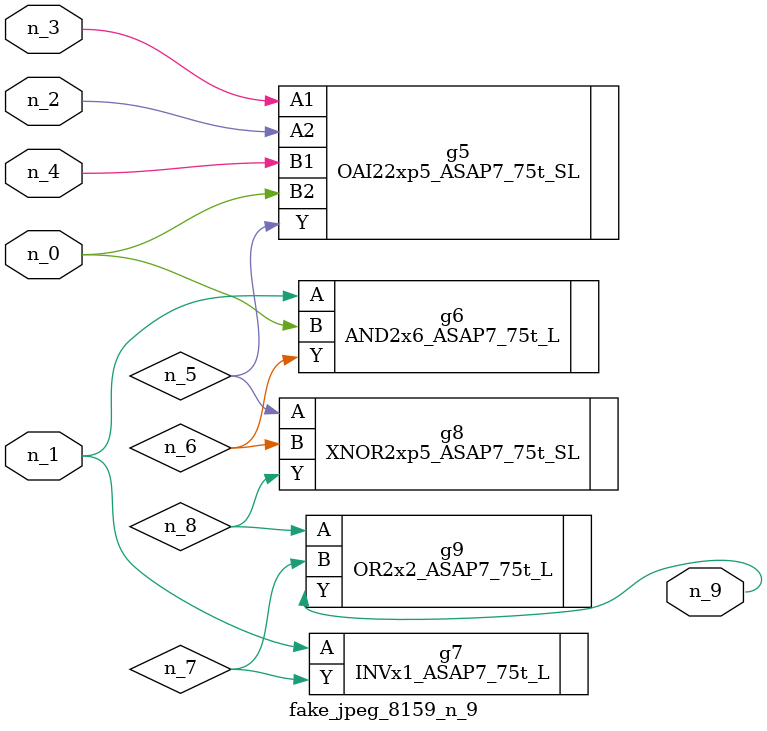
<source format=v>
module fake_jpeg_8159_n_9 (n_3, n_2, n_1, n_0, n_4, n_9);

input n_3;
input n_2;
input n_1;
input n_0;
input n_4;

output n_9;

wire n_8;
wire n_6;
wire n_5;
wire n_7;

OAI22xp5_ASAP7_75t_SL g5 ( 
.A1(n_3),
.A2(n_2),
.B1(n_4),
.B2(n_0),
.Y(n_5)
);

AND2x6_ASAP7_75t_L g6 ( 
.A(n_1),
.B(n_0),
.Y(n_6)
);

INVx1_ASAP7_75t_L g7 ( 
.A(n_1),
.Y(n_7)
);

XNOR2xp5_ASAP7_75t_SL g8 ( 
.A(n_5),
.B(n_6),
.Y(n_8)
);

OR2x2_ASAP7_75t_L g9 ( 
.A(n_8),
.B(n_7),
.Y(n_9)
);


endmodule
</source>
